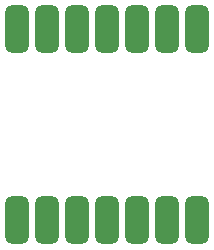
<source format=gbr>
%TF.GenerationSoftware,KiCad,Pcbnew,7.0.9*%
%TF.CreationDate,2025-01-19T18:06:07+09:00*%
%TF.ProjectId,06-UI,30362d55-492e-46b6-9963-61645f706362,rev?*%
%TF.SameCoordinates,Original*%
%TF.FileFunction,Paste,Bot*%
%TF.FilePolarity,Positive*%
%FSLAX46Y46*%
G04 Gerber Fmt 4.6, Leading zero omitted, Abs format (unit mm)*
G04 Created by KiCad (PCBNEW 7.0.9) date 2025-01-19 18:06:07*
%MOMM*%
%LPD*%
G01*
G04 APERTURE LIST*
G04 Aperture macros list*
%AMRoundRect*
0 Rectangle with rounded corners*
0 $1 Rounding radius*
0 $2 $3 $4 $5 $6 $7 $8 $9 X,Y pos of 4 corners*
0 Add a 4 corners polygon primitive as box body*
4,1,4,$2,$3,$4,$5,$6,$7,$8,$9,$2,$3,0*
0 Add four circle primitives for the rounded corners*
1,1,$1+$1,$2,$3*
1,1,$1+$1,$4,$5*
1,1,$1+$1,$6,$7*
1,1,$1+$1,$8,$9*
0 Add four rect primitives between the rounded corners*
20,1,$1+$1,$2,$3,$4,$5,0*
20,1,$1+$1,$4,$5,$6,$7,0*
20,1,$1+$1,$6,$7,$8,$9,0*
20,1,$1+$1,$8,$9,$2,$3,0*%
G04 Aperture macros list end*
%ADD10RoundRect,0.500000X0.500000X-1.500000X0.500000X1.500000X-0.500000X1.500000X-0.500000X-1.500000X0*%
G04 APERTURE END LIST*
D10*
%TO.C,U1*%
X147240000Y-102165000D03*
X144700000Y-102165000D03*
X142160000Y-102165000D03*
X139620000Y-102165000D03*
X137080000Y-102165000D03*
X134540000Y-102165000D03*
X132000000Y-102165000D03*
X132000000Y-86000000D03*
X134540000Y-86000000D03*
X137080000Y-86000000D03*
X139620000Y-86000000D03*
X142160000Y-86000000D03*
X144700000Y-86000000D03*
X147240000Y-86000000D03*
%TD*%
M02*

</source>
